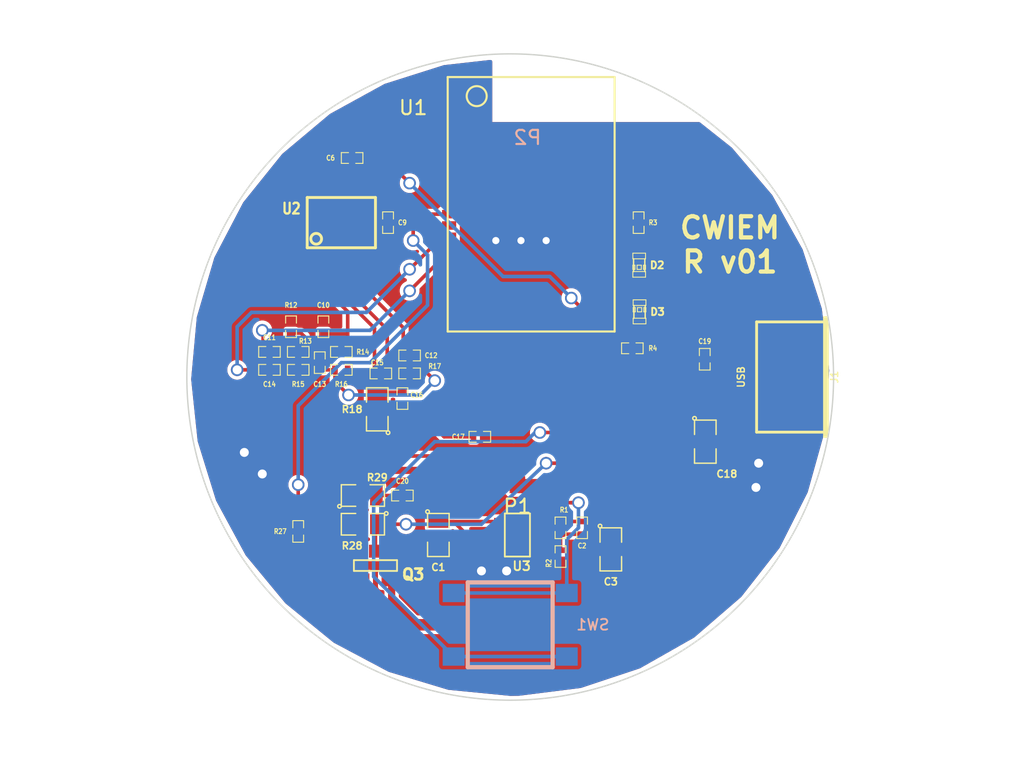
<source format=kicad_pcb>
(kicad_pcb (version 3) (host pcbnew "(2013-07-07 BZR 4022)-stable")
  (layers (15 F.Cu signal) (0 B.Cu signal) (18 B.Paste user) (19 F.Paste user) (20 B.SilkS user) (21 F.SilkS user) (22 B.Mask user) (23 F.Mask user) (28 Edge.Cuts user))
  (net 0 "")
  (net 1 3.3V)
  (net 2 5V_USB)
  (net 3 AIO_1)
  (net 4 CHG_EXT)
  (net 5 GND)
  (net 6 N-0000032)
  (net 7 N-0000033)
  (net 8 N-0000047)
  (net 9 N-0000048)
  (net 10 N-0000049)
  (net 11 N-0000050)
  (net 12 N-0000051)
  (net 13 N-0000052)
  (net 14 N-0000053)
  (net 15 N-0000054)
  (net 16 N-0000055)
  (net 17 N-000006)
  (net 18 N-0000060)
  (net 19 N-0000061)
  (net 20 N-0000062)
  (net 21 N-000007)
  (net 22 N-0000070)
  (net 23 N-0000071)
  (net 24 SPKR_RN)
  (net 25 SPKR_RP)
  (net 26 VBAT)
  (net 27 VBAT_SENSE)
  (net 28 VREGEN)
  (module SOT23EBC (layer F.Cu) (at 68.199 88.011 180)
    (fp_text reference Q3 (at -2.667 -0.635 180) (layer F.SilkS) (effects (font (size 0.762 0.762) (thickness 0.2032))))
    (fp_text value PNP hide)
    (pad 1 smd rect (at -0.889 -1.016 180) (size 0.9144 0.9144) (layers F.Cu F.Paste F.Mask) (net 2 5V_USB))
    (pad 2 smd rect (at 0.889 -1.016 180) (size 0.9144 0.9144) (layers F.Cu F.Paste F.Mask) (net 4 CHG_EXT))
    (pad 3 smd rect (at 0 1.016 180) (size 0.9144 0.9144) (layers F.Cu F.Paste F.Mask) (net 27 VBAT_SENSE))
  )
  (module SM0805 (layer F.Cu) (at 67.31 83.058)
    (fp_text reference R29 (at 1.016 -1.27) (layer F.SilkS) (effects (font (size 0.50038 0.50038) (thickness 0.10922))))
    (fp_text value 0.15 hide)
    (pad 1 smd rect (at -0.9525 0) (size 0.889 1.397) (layers F.Cu F.Paste F.Mask) (net 26 VBAT))
    (pad 2 smd rect (at 0.9525 0) (size 0.889 1.397) (layers F.Cu F.Paste F.Mask) (net 22 N-0000070))
  )
  (module SM0805 (layer F.Cu) (at 68.326 76.962 90)
    (fp_text reference R18 (at 0 -1.778 180) (layer F.SilkS) (effects (font (size 0.50038 0.50038) (thickness 0.10922))))
    (fp_text value 20 hide)
    (pad 1 smd rect (at -0.9525 0 90) (size 0.889 1.397) (layers F.Cu F.Paste F.Mask) (net 12 N-0000051))
    (pad 2 smd rect (at 0.9525 0 90) (size 0.889 1.397) (layers F.Cu F.Paste F.Mask) (net 20 N-0000062))
  )
  (module SM0805 (layer F.Cu) (at 67.31 85.09 180)
    (fp_text reference R28 (at 0.762 -1.524 180) (layer F.SilkS) (effects (font (size 0.50038 0.50038) (thickness 0.10922))))
    (fp_text value 0.8 hide)
    (pad 1 smd rect (at -0.9525 0 180) (size 0.889 1.397) (layers F.Cu F.Paste F.Mask) (net 27 VBAT_SENSE))
    (pad 2 smd rect (at 0.9525 0 180) (size 0.889 1.397) (layers F.Cu F.Paste F.Mask) (net 26 VBAT))
  )
  (module SM0805 (layer F.Cu) (at 91.5162 79.248 270)
    (fp_text reference C18 (at 2.286 -1.524 360) (layer F.SilkS) (effects (font (size 0.50038 0.50038) (thickness 0.10922))))
    (fp_text value 10uF hide)
    (pad 1 smd rect (at -0.9525 0 270) (size 0.889 1.397) (layers F.Cu F.Paste F.Mask) (net 2 5V_USB))
    (pad 2 smd rect (at 0.9525 0 270) (size 0.889 1.397) (layers F.Cu F.Paste F.Mask) (net 5 GND))
  )
  (module SM0402_r (layer F.Cu) (at 62.738 72.898 180)
    (fp_text reference R13 (at -0.508 0.762 180) (layer F.SilkS) (effects (font (size 0.35052 0.3048) (thickness 0.07112))))
    (fp_text value 15k hide)
    (pad 1 smd rect (at -0.44958 0 180) (size 0.39878 0.59944) (layers F.Cu F.Paste F.Mask) (net 8 N-0000047))
    (pad 2 smd rect (at 0.44958 0 180) (size 0.39878 0.59944) (layers F.Cu F.Paste F.Mask) (net 9 N-0000048))
  )
  (module SM0402_r (layer F.Cu) (at 62.738 85.598 270)
    (fp_text reference R27 (at 0 1.27 360) (layer F.SilkS) (effects (font (size 0.35052 0.3048) (thickness 0.07112))))
    (fp_text value 10k hide)
    (pad 1 smd rect (at -0.44958 0 270) (size 0.39878 0.59944) (layers F.Cu F.Paste F.Mask) (net 3 AIO_1))
    (pad 2 smd rect (at 0.44958 0 270) (size 0.39878 0.59944) (layers F.Cu F.Paste F.Mask) (net 2 5V_USB))
  )
  (module SM0402_r (layer F.Cu) (at 70.612 74.422)
    (fp_text reference R17 (at 1.778 -0.508) (layer F.SilkS) (effects (font (size 0.35052 0.3048) (thickness 0.07112))))
    (fp_text value 30.1k hide)
    (pad 1 smd rect (at -0.44958 0) (size 0.39878 0.59944) (layers F.Cu F.Paste F.Mask) (net 20 N-0000062))
    (pad 2 smd rect (at 0.44958 0) (size 0.39878 0.59944) (layers F.Cu F.Paste F.Mask) (net 13 N-0000052))
  )
  (module SM0402_r (layer F.Cu) (at 62.23 71.12 270)
    (fp_text reference R12 (at -1.524 0 360) (layer F.SilkS) (effects (font (size 0.35052 0.3048) (thickness 0.07112))))
    (fp_text value 30.1k hide)
    (pad 1 smd rect (at -0.44958 0 270) (size 0.39878 0.59944) (layers F.Cu F.Paste F.Mask) (net 5 GND))
    (pad 2 smd rect (at 0.44958 0 270) (size 0.39878 0.59944) (layers F.Cu F.Paste F.Mask) (net 8 N-0000047))
  )
  (module SM0402_r (layer F.Cu) (at 62.738 74.168 180)
    (fp_text reference R15 (at 0 -1.016 180) (layer F.SilkS) (effects (font (size 0.35052 0.3048) (thickness 0.07112))))
    (fp_text value 15k hide)
    (pad 1 smd rect (at -0.44958 0 180) (size 0.39878 0.59944) (layers F.Cu F.Paste F.Mask) (net 13 N-0000052))
    (pad 2 smd rect (at 0.44958 0 180) (size 0.39878 0.59944) (layers F.Cu F.Paste F.Mask) (net 10 N-0000049))
  )
  (module SM0402_r (layer F.Cu) (at 65.786 72.898 180)
    (fp_text reference R14 (at -1.524 0 180) (layer F.SilkS) (effects (font (size 0.35052 0.3048) (thickness 0.07112))))
    (fp_text value 43k hide)
    (pad 1 smd rect (at -0.44958 0 180) (size 0.39878 0.59944) (layers F.Cu F.Paste F.Mask) (net 11 N-0000050))
    (pad 2 smd rect (at 0.44958 0 180) (size 0.39878 0.59944) (layers F.Cu F.Paste F.Mask) (net 8 N-0000047))
  )
  (module SM0402_r (layer F.Cu) (at 65.786 74.168 180)
    (fp_text reference R16 (at 0 -1.016 180) (layer F.SilkS) (effects (font (size 0.35052 0.3048) (thickness 0.07112))))
    (fp_text value 43k hide)
    (pad 1 smd rect (at -0.44958 0 180) (size 0.39878 0.59944) (layers F.Cu F.Paste F.Mask) (net 19 N-0000061))
    (pad 2 smd rect (at 0.44958 0 180) (size 0.39878 0.59944) (layers F.Cu F.Paste F.Mask) (net 13 N-0000052))
  )
  (module SM0402_r (layer F.Cu) (at 86.36 72.644 180)
    (fp_text reference R4 (at -1.4478 0 180) (layer F.SilkS) (effects (font (size 0.35052 0.3048) (thickness 0.07112))))
    (fp_text value 240 hide)
    (pad 1 smd rect (at -0.44958 0 180) (size 0.39878 0.59944) (layers F.Cu F.Paste F.Mask) (net 7 N-0000033))
    (pad 2 smd rect (at 0.44958 0 180) (size 0.39878 0.59944) (layers F.Cu F.Paste F.Mask) (net 1 3.3V))
  )
  (module SM0402_r (layer F.Cu) (at 86.8045 63.754 90)
    (fp_text reference R3 (at 0 1.016 180) (layer F.SilkS) (effects (font (size 0.35052 0.3048) (thickness 0.07112))))
    (fp_text value 240 hide)
    (pad 1 smd rect (at -0.44958 0 90) (size 0.39878 0.59944) (layers F.Cu F.Paste F.Mask) (net 6 N-0000032))
    (pad 2 smd rect (at 0.44958 0 90) (size 0.39878 0.59944) (layers F.Cu F.Paste F.Mask) (net 1 3.3V))
  )
  (module SM0402_c (layer F.Cu) (at 91.4781 73.4187 90)
    (fp_text reference C19 (at 1.27 0 180) (layer F.SilkS) (effects (font (size 0.35052 0.3048) (thickness 0.07112))))
    (fp_text value 0.1uF hide)
    (pad 1 smd rect (at -0.44958 0 90) (size 0.39878 0.59944) (layers F.Cu F.Paste F.Mask) (net 2 5V_USB))
    (pad 2 smd rect (at 0.44958 0 90) (size 0.39878 0.59944) (layers F.Cu F.Paste F.Mask) (net 5 GND))
  )
  (module SM0402_c (layer F.Cu) (at 75.5777 78.9051)
    (fp_text reference C17 (at -1.524 0) (layer F.SilkS) (effects (font (size 0.35052 0.3048) (thickness 0.07112))))
    (fp_text value 3.3uF hide)
    (pad 1 smd rect (at -0.44958 0) (size 0.39878 0.59944) (layers F.Cu F.Paste F.Mask) (net 12 N-0000051))
    (pad 2 smd rect (at 0.44958 0) (size 0.39878 0.59944) (layers F.Cu F.Paste F.Mask) (net 5 GND))
  )
  (module SM0402_c (layer F.Cu) (at 70.612 73.152)
    (fp_text reference C12 (at 1.524 0) (layer F.SilkS) (effects (font (size 0.35052 0.3048) (thickness 0.07112))))
    (fp_text value 1.0uF hide)
    (pad 1 smd rect (at -0.44958 0) (size 0.39878 0.59944) (layers F.Cu F.Paste F.Mask) (net 16 N-0000055))
    (pad 2 smd rect (at 0.44958 0) (size 0.39878 0.59944) (layers F.Cu F.Paste F.Mask) (net 5 GND))
  )
  (module SM0402_c (layer F.Cu) (at 68.58 74.422)
    (fp_text reference C15 (at -0.254 -0.762) (layer F.SilkS) (effects (font (size 0.35052 0.3048) (thickness 0.07112))))
    (fp_text value 47pF hide)
    (pad 1 smd rect (at -0.44958 0) (size 0.39878 0.59944) (layers F.Cu F.Paste F.Mask) (net 19 N-0000061))
    (pad 2 smd rect (at 0.44958 0) (size 0.39878 0.59944) (layers F.Cu F.Paste F.Mask) (net 20 N-0000062))
  )
  (module SM0402_c (layer F.Cu) (at 70.104 76.2 270)
    (fp_text reference C16 (at -0.254 -1.016 360) (layer F.SilkS) (effects (font (size 0.35052 0.3048) (thickness 0.07112))))
    (fp_text value 1.5uF hide)
    (pad 1 smd rect (at -0.44958 0 270) (size 0.39878 0.59944) (layers F.Cu F.Paste F.Mask) (net 20 N-0000062))
    (pad 2 smd rect (at 0.44958 0 270) (size 0.39878 0.59944) (layers F.Cu F.Paste F.Mask) (net 18 N-0000060))
  )
  (module SM0402_c (layer F.Cu) (at 70.104 83.058)
    (fp_text reference C20 (at 0 -1.016) (layer F.SilkS) (effects (font (size 0.35052 0.3048) (thickness 0.07112))))
    (fp_text value 4.7uF hide)
    (pad 1 smd rect (at -0.44958 0) (size 0.39878 0.59944) (layers F.Cu F.Paste F.Mask) (net 22 N-0000070))
    (pad 2 smd rect (at 0.44958 0) (size 0.39878 0.59944) (layers F.Cu F.Paste F.Mask) (net 5 GND))
  )
  (module SM0402_c (layer F.Cu) (at 64.516 71.12 90)
    (fp_text reference C10 (at 1.524 0 180) (layer F.SilkS) (effects (font (size 0.35052 0.3048) (thickness 0.07112))))
    (fp_text value 47pF hide)
    (pad 1 smd rect (at -0.44958 0 90) (size 0.39878 0.59944) (layers F.Cu F.Paste F.Mask) (net 11 N-0000050))
    (pad 2 smd rect (at 0.44958 0 90) (size 0.39878 0.59944) (layers F.Cu F.Paste F.Mask) (net 5 GND))
  )
  (module SM0402_c (layer F.Cu) (at 60.706 72.898)
    (fp_text reference C11 (at 0 -1.016) (layer F.SilkS) (effects (font (size 0.35052 0.3048) (thickness 0.07112))))
    (fp_text value 0.1uF hide)
    (pad 1 smd rect (at -0.44958 0) (size 0.39878 0.59944) (layers F.Cu F.Paste F.Mask) (net 25 SPKR_RP))
    (pad 2 smd rect (at 0.44958 0) (size 0.39878 0.59944) (layers F.Cu F.Paste F.Mask) (net 9 N-0000048))
  )
  (module SM0402_c (layer F.Cu) (at 60.706 74.168)
    (fp_text reference C14 (at 0 1.016) (layer F.SilkS) (effects (font (size 0.35052 0.3048) (thickness 0.07112))))
    (fp_text value 0.1uF hide)
    (pad 1 smd rect (at -0.44958 0) (size 0.39878 0.59944) (layers F.Cu F.Paste F.Mask) (net 24 SPKR_RN))
    (pad 2 smd rect (at 0.44958 0) (size 0.39878 0.59944) (layers F.Cu F.Paste F.Mask) (net 10 N-0000049))
  )
  (module SM0402_c (layer F.Cu) (at 64.262 73.66 90)
    (fp_text reference C13 (at -1.524 0 180) (layer F.SilkS) (effects (font (size 0.35052 0.3048) (thickness 0.07112))))
    (fp_text value 180pF hide)
    (pad 1 smd rect (at -0.44958 0 90) (size 0.39878 0.59944) (layers F.Cu F.Paste F.Mask) (net 13 N-0000052))
    (pad 2 smd rect (at 0.44958 0 90) (size 0.39878 0.59944) (layers F.Cu F.Paste F.Mask) (net 8 N-0000047))
  )
  (module SM0402_c (layer F.Cu) (at 66.548 59.182 180)
    (fp_text reference C6 (at 1.524 0 180) (layer F.SilkS) (effects (font (size 0.35052 0.3048) (thickness 0.07112))))
    (fp_text value 1.0uF hide)
    (pad 1 smd rect (at -0.44958 0 180) (size 0.39878 0.59944) (layers F.Cu F.Paste F.Mask) (net 1 3.3V))
    (pad 2 smd rect (at 0.44958 0 180) (size 0.39878 0.59944) (layers F.Cu F.Paste F.Mask) (net 5 GND))
  )
  (module SM0402_c (layer F.Cu) (at 69.088 63.754 270)
    (fp_text reference C9 (at 0 -1.016 360) (layer F.SilkS) (effects (font (size 0.35052 0.3048) (thickness 0.07112))))
    (fp_text value 1.0uF hide)
    (pad 1 smd rect (at -0.44958 0 270) (size 0.39878 0.59944) (layers F.Cu F.Paste F.Mask) (net 14 N-0000053))
    (pad 2 smd rect (at 0.44958 0 270) (size 0.39878 0.59944) (layers F.Cu F.Paste F.Mask) (net 15 N-0000054))
  )
  (module LED-0603 (layer F.Cu) (at 86.868 70.0659 90)
    (fp_text reference D3 (at 0 1.27 180) (layer F.SilkS) (effects (font (size 0.508 0.508) (thickness 0.127))))
    (fp_text value LED hide)
    (pad 1 smd rect (at -0.7493 0 90) (size 0.79756 0.79756) (layers F.Cu F.Paste F.Mask) (net 7 N-0000033))
    (pad 2 smd rect (at 0.7493 0 90) (size 0.79756 0.79756) (layers F.Cu F.Paste F.Mask) (net 21 N-000007))
  )
  (module LED-0603 (layer F.Cu) (at 86.8426 66.7639 270)
    (fp_text reference D2 (at 0 -1.27 360) (layer F.SilkS) (effects (font (size 0.508 0.508) (thickness 0.127))))
    (fp_text value LED hide)
    (pad 1 smd rect (at -0.7493 0 270) (size 0.79756 0.79756) (layers F.Cu F.Paste F.Mask) (net 6 N-0000032))
    (pad 2 smd rect (at 0.7493 0 270) (size 0.79756 0.79756) (layers F.Cu F.Paste F.Mask) (net 17 N-000006))
  )
  (module "BA Driver Pad" (layer B.Cu) (at 78.994 59.436 180)
    (fp_text reference P2 (at 0.05 1.7 180) (layer B.SilkS) (effects (justify mirror)))
    (fp_text value CONN_1 hide)
    (pad 1 smd rect (at 0 0 180) (size 1.1 1.2) (layers B.Cu B.Paste B.Mask) (net 5 GND) (clearance 0.05))
  )
  (module "BA Driver Pad" (layer F.Cu) (at 78.232 82.296 180)
    (fp_text reference P1 (at 0 -1.524 180) (layer F.SilkS))
    (fp_text value CONN_1 hide)
    (pad 1 smd rect (at 0 0 180) (size 1.1 1.2) (layers F.Cu F.Paste F.Mask) (net 26 VBAT) (clearance 0.05))
  )
  (module SW_PUSH_SMD (layer B.Cu) (at 77.724 92.202)
    (fp_text reference SW1 (at 5.842 0) (layer B.SilkS) (effects (font (size 0.762 0.762) (thickness 0.127)) (justify mirror)))
    (fp_text value SW_PUSH_SMALL hide)
    (pad 1 smd rect (at -3.99796 2.2479) (size 1.5494 1.2954) (layers B.Cu B.Paste B.Mask) (net 28 VREGEN))
    (pad 1 smd rect (at 3.99796 2.2479) (size 1.5494 1.2954) (layers B.Cu B.Paste B.Mask) (net 28 VREGEN))
    (pad 2 smd rect (at 3.99796 -2.2479) (size 1.5494 1.2954) (layers B.Cu B.Paste B.Mask) (net 1 3.3V))
    (pad 2 smd rect (at -3.99796 -2.2479) (size 1.5494 1.2954) (layers B.Cu B.Paste B.Mask) (net 1 3.3V))
  )
  (module SOT23-5 (layer F.Cu) (at 78.232 85.852 270)
    (fp_text reference U3 (at 2.19964 -0.29972 360) (layer F.SilkS) (effects (font (size 0.635 0.635) (thickness 0.127))))
    (fp_text value TPS73601DBVR hide)
    (pad 1 smd rect (at -0.9525 1.27 270) (size 0.508 0.762) (layers F.Cu F.Paste F.Mask) (net 26 VBAT))
    (pad 3 smd rect (at 0.9525 1.27 270) (size 0.508 0.762) (layers F.Cu F.Paste F.Mask) (net 26 VBAT))
    (pad 5 smd rect (at -0.9525 -1.27 270) (size 0.508 0.762) (layers F.Cu F.Paste F.Mask) (net 1 3.3V))
    (pad 2 smd rect (at 0 1.27 270) (size 0.508 0.762) (layers F.Cu F.Paste F.Mask) (net 5 GND))
    (pad 4 smd rect (at 0.9525 -1.27 270) (size 0.508 0.762) (layers F.Cu F.Paste F.Mask) (net 23 N-0000071))
  )
  (module SM0805 (layer F.Cu) (at 72.644 85.852 270)
    (fp_text reference C1 (at 2.286 0 360) (layer F.SilkS) (effects (font (size 0.50038 0.50038) (thickness 0.10922))))
    (fp_text value 10uF hide)
    (pad 1 smd rect (at -0.9525 0 270) (size 0.889 1.397) (layers F.Cu F.Paste F.Mask) (net 26 VBAT))
    (pad 2 smd rect (at 0.9525 0 270) (size 0.889 1.397) (layers F.Cu F.Paste F.Mask) (net 5 GND))
  )
  (module SM0805 (layer F.Cu) (at 84.836 86.868 270)
    (fp_text reference C3 (at 2.286 0 360) (layer F.SilkS) (effects (font (size 0.50038 0.50038) (thickness 0.10922))))
    (fp_text value 10uF hide)
    (pad 1 smd rect (at -0.9525 0 270) (size 0.889 1.397) (layers F.Cu F.Paste F.Mask) (net 1 3.3V))
    (pad 2 smd rect (at 0.9525 0 270) (size 0.889 1.397) (layers F.Cu F.Paste F.Mask) (net 5 GND))
  )
  (module SM0402_r (layer F.Cu) (at 81.28 85.344 270)
    (fp_text reference R1 (at -1.27 -0.254 360) (layer F.SilkS) (effects (font (size 0.35052 0.3048) (thickness 0.07112))))
    (fp_text value 52.3k hide)
    (pad 1 smd rect (at -0.44958 0 270) (size 0.39878 0.59944) (layers F.Cu F.Paste F.Mask) (net 1 3.3V))
    (pad 2 smd rect (at 0.44958 0 270) (size 0.39878 0.59944) (layers F.Cu F.Paste F.Mask) (net 23 N-0000071))
  )
  (module SM0402_r (layer F.Cu) (at 81.28 87.376 270)
    (fp_text reference R2 (at 0.4699 0.8255 270) (layer F.SilkS) (effects (font (size 0.35052 0.3048) (thickness 0.07112))))
    (fp_text value 30.1k hide)
    (pad 1 smd rect (at -0.44958 0 270) (size 0.39878 0.59944) (layers F.Cu F.Paste F.Mask) (net 23 N-0000071))
    (pad 2 smd rect (at 0.44958 0 270) (size 0.39878 0.59944) (layers F.Cu F.Paste F.Mask) (net 5 GND))
  )
  (module SM0402_c (layer F.Cu) (at 82.804 85.344 270)
    (fp_text reference C2 (at 1.27 0 360) (layer F.SilkS) (effects (font (size 0.35052 0.3048) (thickness 0.07112))))
    (fp_text value 1uF hide)
    (pad 1 smd rect (at -0.44958 0 270) (size 0.39878 0.59944) (layers F.Cu F.Paste F.Mask) (net 1 3.3V))
    (pad 2 smd rect (at 0.44958 0 270) (size 0.39878 0.59944) (layers F.Cu F.Paste F.Mask) (net 23 N-0000071))
  )
  (module TSSOP14 (layer F.Cu) (at 65.786 63.754)
    (fp_text reference U2 (at -3.5306 -0.9906) (layer F.SilkS) (effects (font (size 0.762 0.635) (thickness 0.16002))))
    (fp_text value TI_TPA6138A2 hide)
    (pad 1 smd rect (at -1.9304 2.794) (size 0.29972 1.30048) (layers F.Cu F.Paste F.Mask) (net 11 N-0000050))
    (pad 2 smd rect (at -1.2954 2.794) (size 0.29972 1.30048) (layers F.Cu F.Paste F.Mask) (net 19 N-0000061))
    (pad 3 smd rect (at -0.635 2.794) (size 0.29972 1.30048) (layers F.Cu F.Paste F.Mask) (net 20 N-0000062))
    (pad 4 smd rect (at 0 2.794) (size 0.29972 1.30048) (layers F.Cu F.Paste F.Mask) (net 5 GND))
    (pad 5 smd rect (at 0.6604 2.794) (size 0.29972 1.30048) (layers F.Cu F.Paste F.Mask))
    (pad 6 smd rect (at 1.3081 2.794) (size 0.29972 1.30048) (layers F.Cu F.Paste F.Mask) (net 16 N-0000055))
    (pad 7 smd rect (at 1.9558 2.794) (size 0.29972 1.30048) (layers F.Cu F.Paste F.Mask) (net 15 N-0000054))
    (pad 8 smd rect (at 1.9558 -2.794) (size 0.29972 1.30048) (layers F.Cu F.Paste F.Mask) (net 14 N-0000053))
    (pad 9 smd rect (at 1.3081 -2.794) (size 0.29972 1.30048) (layers F.Cu F.Paste F.Mask) (net 1 3.3V))
    (pad 10 smd rect (at 0.6604 -2.794) (size 0.29972 1.30048) (layers F.Cu F.Paste F.Mask) (net 5 GND))
    (pad 11 smd rect (at 0 -2.794) (size 0.29972 1.30048) (layers F.Cu F.Paste F.Mask))
    (pad 12 smd rect (at -0.6477 -2.794) (size 0.29972 1.30048) (layers F.Cu F.Paste F.Mask))
    (pad 13 smd rect (at -1.2954 -2.794) (size 0.29972 1.30048) (layers F.Cu F.Paste F.Mask))
    (pad 14 smd rect (at -1.9431 -2.794) (size 0.29972 1.30048) (layers F.Cu F.Paste F.Mask))
  )
  (module BC127 (layer F.Cu) (at 73.406 54.356)
    (fp_text reference U1 (at -2.54 1.27) (layer F.SilkS))
    (fp_text value BC127 hide)
    (pad 1 smd rect (at 0 0) (size 1 0.6) (layers F.Cu F.Paste F.Mask) (net 5 GND) (clearance 0.05))
    (pad 2 smd rect (at 0 0.8) (size 1 0.6) (layers F.Cu F.Paste F.Mask) (net 5 GND) (clearance 0.05))
    (pad 3 smd rect (at 0 1.6) (size 1 0.6) (layers F.Cu F.Paste F.Mask) (net 5 GND) (clearance 0.05))
    (pad 4 smd rect (at 0 2.4) (size 1 0.6) (layers F.Cu F.Paste F.Mask) (net 5 GND) (clearance 0.05))
    (pad 5 smd rect (at 0 3.2) (size 1 0.6) (layers F.Cu F.Paste F.Mask) (clearance 0.05))
    (pad 6 smd rect (at 0 4) (size 1 0.6) (layers F.Cu F.Paste F.Mask) (clearance 0.05))
    (pad 7 smd rect (at 0 4.8) (size 1 0.6) (layers F.Cu F.Paste F.Mask) (clearance 0.05))
    (pad 8 smd rect (at 0 5.6) (size 1 0.6) (layers F.Cu F.Paste F.Mask) (clearance 0.05))
    (pad 9 smd rect (at 0 6.4) (size 1 0.6) (layers F.Cu F.Paste F.Mask) (clearance 0.05))
    (pad 10 smd rect (at 0 7.2) (size 1 0.6) (layers F.Cu F.Paste F.Mask) (clearance 0.05))
    (pad 11 smd rect (at 0 8) (size 1 0.6) (layers F.Cu F.Paste F.Mask) (net 5 GND) (clearance 0.05))
    (pad 12 smd rect (at 0 8.8) (size 1 0.6) (layers F.Cu F.Paste F.Mask) (net 3 AIO_1) (clearance 0.05))
    (pad 13 smd rect (at 0 9.6) (size 1 0.6) (layers F.Cu F.Paste F.Mask) (clearance 0.05))
    (pad 14 smd rect (at 0 10.4) (size 1 0.6) (layers F.Cu F.Paste F.Mask) (clearance 0.05))
    (pad 15 smd rect (at 0 11.2) (size 1 0.6) (layers F.Cu F.Paste F.Mask) (net 24 SPKR_RN) (clearance 0.05))
    (pad 16 smd rect (at 0 12) (size 1 0.6) (layers F.Cu F.Paste F.Mask) (net 25 SPKR_RP) (clearance 0.05))
    (pad 17 smd rect (at 0 12.8) (size 1 0.6) (layers F.Cu F.Paste F.Mask) (clearance 0.05))
    (pad 18 smd rect (at 0 13.6) (size 1 0.6) (layers F.Cu F.Paste F.Mask) (clearance 0.05))
    (pad 19 smd rect (at 0 14.4) (size 1 0.6) (layers F.Cu F.Paste F.Mask) (clearance 0.05))
    (pad 20 smd rect (at 0 15.2) (size 1 0.6) (layers F.Cu F.Paste F.Mask) (clearance 0.05))
    (pad 21 smd rect (at 0 16) (size 1 0.6) (layers F.Cu F.Paste F.Mask) (clearance 0.05))
    (pad 22 smd rect (at 1 17 90) (size 1 0.6) (layers F.Cu F.Paste F.Mask) (net 5 GND) (clearance 0.05))
    (pad 23 smd rect (at 1.8 17 90) (size 1 0.6) (layers F.Cu F.Paste F.Mask) (clearance 0.05))
    (pad 24 smd rect (at 2.6 17 90) (size 1 0.6) (layers F.Cu F.Paste F.Mask) (clearance 0.05))
    (pad 25 smd rect (at 3.4 17 90) (size 1 0.6) (layers F.Cu F.Paste F.Mask))
    (pad 26 smd rect (at 4.2 17 90) (size 1 0.6) (layers F.Cu F.Paste F.Mask))
    (pad 27 smd rect (at 5 17 90) (size 1 0.6) (layers F.Cu F.Paste F.Mask) (net 5 GND))
    (pad 28 smd rect (at 5.8 17 90) (size 1 0.6) (layers F.Cu F.Paste F.Mask) (net 28 VREGEN))
    (pad 29 smd rect (at 6.6 17 90) (size 1 0.6) (layers F.Cu F.Paste F.Mask) (net 4 CHG_EXT))
    (pad 30 smd rect (at 7.4 17 90) (size 1 0.6) (layers F.Cu F.Paste F.Mask))
    (pad 31 smd rect (at 8.2 17 90) (size 1 0.6) (layers F.Cu F.Paste F.Mask) (net 27 VBAT_SENSE))
    (pad 32 smd rect (at 9 17 90) (size 1 0.6) (layers F.Cu F.Paste F.Mask) (net 26 VBAT))
    (pad 33 smd rect (at 9.8 17 90) (size 1 0.6) (layers F.Cu F.Paste F.Mask) (net 1 3.3V))
    (pad 34 smd rect (at 10.6 17 90) (size 1 0.6) (layers F.Cu F.Paste F.Mask))
    (pad 35 smd rect (at 11.6 16) (size 1 0.6) (layers F.Cu F.Paste F.Mask))
    (pad 36 smd rect (at 11.6 15.2) (size 1 0.6) (layers F.Cu F.Paste F.Mask))
    (pad 37 smd rect (at 11.6 14.4) (size 1 0.6) (layers F.Cu F.Paste F.Mask) (net 21 N-000007))
    (pad 38 smd rect (at 11.6 13.6) (size 1 0.6) (layers F.Cu F.Paste F.Mask) (net 17 N-000006))
    (pad 39 smd rect (at 11.6 12.8) (size 1 0.6) (layers F.Cu F.Paste F.Mask))
    (pad 40 smd rect (at 11.6 12) (size 1 0.6) (layers F.Cu F.Paste F.Mask))
    (pad 41 smd rect (at 11.6 11.2) (size 1 0.6) (layers F.Cu F.Paste F.Mask))
    (pad 42 smd rect (at 11.6 10.4) (size 1 0.6) (layers F.Cu F.Paste F.Mask))
    (pad 43 smd rect (at 11.6 9.6) (size 1 0.6) (layers F.Cu F.Paste F.Mask))
    (pad 44 smd rect (at 11.6 8.8) (size 1 0.6) (layers F.Cu F.Paste F.Mask) (net 1 3.3V))
    (pad 45 smd rect (at 11.6 8) (size 1 0.6) (layers F.Cu F.Paste F.Mask))
    (pad 46 smd rect (at 11.6 7.2) (size 1 0.6) (layers F.Cu F.Paste F.Mask))
    (pad 47 smd rect (at 11.6 6.4) (size 1 0.6) (layers F.Cu F.Paste F.Mask))
    (pad 48 smd rect (at 11.6 5.6) (size 1 0.6) (layers F.Cu F.Paste F.Mask))
    (pad 49 smd rect (at 11.6 4.8) (size 1 0.6) (layers F.Cu F.Paste F.Mask))
    (pad 50 smd rect (at 11.6 4) (size 1 0.6) (layers F.Cu F.Paste F.Mask))
    (pad 51 smd rect (at 11.6 3.2) (size 1 0.6) (layers F.Cu F.Paste F.Mask))
  )
  (module conn_usb_B_micro_smd (layer F.Cu) (at 98.044 74.676 90)
    (fp_text reference J1 (at 0 2.60096 90) (layer F.SilkS) (effects (font (size 0.50038 0.50038) (thickness 0.09906))))
    (fp_text value USB (at 0 -4.0005 90) (layer F.SilkS) (effects (font (size 0.50038 0.50038) (thickness 0.09906))))
    (pad "" smd rect (at -0.8382 0 90) (size 1.17348 1.89738) (layers F.Cu F.Paste F.Mask))
    (pad "" smd rect (at 0.8382 0 90) (size 1.17348 1.89738) (layers F.Cu F.Paste F.Mask))
    (pad "" smd rect (at 2.91338 0 90) (size 2.3749 1.89738) (layers F.Cu F.Paste F.Mask))
    (pad "" smd rect (at -2.91338 0 90) (size 2.3749 1.89738) (layers F.Cu F.Paste F.Mask))
    (pad "" smd rect (at 2.46126 -2.2987 90) (size 1.4732 2.10058) (layers F.Cu F.Paste F.Mask))
    (pad "" smd rect (at -2.46126 -2.2987 90) (size 1.4732 2.10058) (layers F.Cu F.Paste F.Mask))
    (pad 1 smd rect (at -1.30048 -2.65938 90) (size 0.44958 1.37922) (layers F.Cu F.Paste F.Mask) (net 2 5V_USB))
    (pad 2 smd rect (at -0.65024 -2.65938 90) (size 0.44958 1.37922) (layers F.Cu F.Paste F.Mask))
    (pad 3 smd rect (at 0 -2.65938 90) (size 0.44958 1.37922) (layers F.Cu F.Paste F.Mask))
    (pad 4 smd rect (at 0.65024 -2.65938 90) (size 0.44958 1.37922) (layers F.Cu F.Paste F.Mask) (net 5 GND))
    (pad 5 smd rect (at 1.30048 -2.65938 90) (size 0.44958 1.37922) (layers F.Cu F.Paste F.Mask))
  )
  (module wbfk_pad (layer F.Cu) (at 76.1111 73.7362 180)
    (fp_text reference P8 hide)
    (fp_text value CONN_1 hide)
    (pad 1 smd rect (at 0 0 180) (size 1 1.5) (layers F.Cu F.Paste F.Mask) (net 5 GND) (clearance 0.05))
  )
  (module wbfk_pad (layer F.Cu) (at 74.676 73.7108 180)
    (fp_text reference P7 hide)
    (fp_text value CONN_1 hide)
    (pad 1 smd rect (at 0 0 180) (size 1 1.5) (layers F.Cu F.Paste F.Mask) (net 18 N-0000060) (clearance 0.05))
  )
  (module ci_pad (layer F.Cu) (at 75.1967 76.2762 180)
    (fp_text reference P9 hide)
    (fp_text value CONN_1 hide)
    (pad 1 smd rect (at 0 0 180) (size 1.37 2.15) (layers F.Cu F.Paste F.Mask) (net 12 N-0000051) (clearance 0.05))
  )
  (module ci_pad (layer F.Cu) (at 78.7273 76.2889 180)
    (fp_text reference P12 hide)
    (fp_text value CONN_1 hide)
    (pad 1 smd rect (at 0 0 180) (size 1.37 2.15) (layers F.Cu F.Paste F.Mask) (net 5 GND) (clearance 0.05))
  )
  (gr_circle (center 77.724 74.676) (end 77.724 97.536) (layer Edge.Cuts) (width 0.1))
  (gr_text "CWIEM \nR v01 " (at 93.8276 65.3288) (layer F.SilkS) (effects (font (size 1.5 1.5) (thickness 0.3))))
  (segment (start 84.836 85.9155) (end 84.8868 85.9155) (width 0.254) (layer F.Cu) (net 1))
  (segment (start 84.6963 73.4949) (end 84.6963 73.5203) (width 0.254) (layer F.Cu) (net 1))
  (segment (start 87.5157 76.3143) (end 84.6963 73.4949) (width 0.254) (layer F.Cu) (net 1))
  (segment (start 87.5157 83.2866) (end 87.5157 76.3143) (width 0.254) (layer F.Cu) (net 1))
  (segment (start 84.8868 85.9155) (end 87.5157 83.2866) (width 0.254) (layer F.Cu) (net 1))
  (segment (start 82.042 69.088) (end 80.518 67.564) (width 0.254) (layer B.Cu) (net 1))
  (segment (start 82.042 69.088) (end 83.206 70.252) (width 0.254) (layer F.Cu) (net 1))
  (via (at 82.042 69.088) (size 0.889) (layers F.Cu B.Cu) (net 1))
  (segment (start 83.206 71.356) (end 83.206 70.252) (width 0.254) (layer F.Cu) (net 1))
  (segment (start 68.834 59.182) (end 66.99758 59.182) (width 0.254) (layer F.Cu) (net 1))
  (segment (start 70.612 60.96) (end 68.834 59.182) (width 0.254) (layer F.Cu) (net 1))
  (via (at 70.612 60.96) (size 0.889) (layers F.Cu B.Cu) (net 1))
  (segment (start 77.216 67.564) (end 70.612 60.96) (width 0.254) (layer B.Cu) (net 1))
  (segment (start 80.518 67.564) (end 77.216 67.564) (width 0.254) (layer B.Cu) (net 1))
  (segment (start 66.99758 59.182) (end 66.99758 60.86348) (width 0.254) (layer F.Cu) (net 1))
  (segment (start 66.99758 60.86348) (end 67.0941 60.96) (width 0.254) (layer F.Cu) (net 1))
  (segment (start 81.72196 89.9541) (end 81.72196 86.17204) (width 0.254) (layer B.Cu) (net 1))
  (segment (start 82.042 83.566) (end 82.55 83.566) (width 0.254) (layer F.Cu) (net 1))
  (via (at 82.55 83.566) (size 0.889) (layers F.Cu B.Cu) (net 1))
  (segment (start 79.502 84.328) (end 79.502 83.82) (width 0.254) (layer F.Cu) (net 1))
  (segment (start 79.502 84.328) (end 79.502 84.8995) (width 0.254) (layer F.Cu) (net 1))
  (segment (start 79.502 83.82) (end 79.756 83.566) (width 0.254) (layer F.Cu) (net 1))
  (segment (start 79.756 83.566) (end 82.042 83.566) (width 0.254) (layer F.Cu) (net 1))
  (segment (start 82.55 85.344) (end 82.55 83.566) (width 0.254) (layer B.Cu) (net 1))
  (segment (start 81.72196 86.17204) (end 82.55 85.344) (width 0.254) (layer B.Cu) (net 1))
  (segment (start 73.72604 89.9541) (end 81.72196 89.9541) (width 0.254) (layer B.Cu) (net 1))
  (segment (start 84.836 73.66) (end 84.6963 73.5203) (width 0.254) (layer F.Cu) (net 1))
  (segment (start 84.6963 73.5203) (end 83.206 72.03) (width 0.254) (layer F.Cu) (net 1))
  (segment (start 83.206 72.03) (end 83.206 71.356) (width 0.254) (layer F.Cu) (net 1))
  (segment (start 81.28 84.89442) (end 79.50708 84.89442) (width 0.254) (layer F.Cu) (net 1))
  (segment (start 79.50708 84.89442) (end 79.502 84.8995) (width 0.254) (layer F.Cu) (net 1))
  (segment (start 82.804 84.89442) (end 81.28 84.89442) (width 0.254) (layer F.Cu) (net 1))
  (segment (start 84.836 85.9155) (end 84.836 85.344) (width 0.254) (layer F.Cu) (net 1))
  (segment (start 84.38642 84.89442) (end 82.804 84.89442) (width 0.254) (layer F.Cu) (net 1))
  (segment (start 84.836 85.344) (end 84.38642 84.89442) (width 0.254) (layer F.Cu) (net 1))
  (segment (start 85.91042 72.644) (end 83.82 72.644) (width 0.254) (layer F.Cu) (net 1))
  (segment (start 83.82 72.644) (end 83.206 72.03) (width 0.254) (layer F.Cu) (net 1))
  (segment (start 83.206 72.03) (end 83.206 71.356) (width 0.254) (layer F.Cu) (net 1))
  (segment (start 85.006 63.156) (end 86.65608 63.156) (width 0.254) (layer F.Cu) (net 1))
  (segment (start 86.65608 63.156) (end 86.8045 63.30442) (width 0.254) (layer F.Cu) (net 1))
  (segment (start 83.206 71.356) (end 83.206 64.114) (width 0.254) (layer F.Cu) (net 1))
  (segment (start 84.164 63.156) (end 84.328 63.156) (width 0.254) (layer F.Cu) (net 1))
  (segment (start 84.328 63.156) (end 85.006 63.156) (width 0.254) (layer F.Cu) (net 1))
  (segment (start 83.206 64.114) (end 84.164 63.156) (width 0.254) (layer F.Cu) (net 1))
  (segment (start 89.535 79.4766) (end 89.535 79.2861) (width 0.508) (layer F.Cu) (net 2))
  (segment (start 86.8934 90.424) (end 89.535 87.7824) (width 0.8128) (layer F.Cu) (net 2))
  (segment (start 89.535 87.7824) (end 89.535 79.4766) (width 0.8128) (layer F.Cu) (net 2))
  (segment (start 69.342 90.678) (end 70.866 92.202) (width 0.8128) (layer F.Cu) (net 2))
  (segment (start 85.09 92.202) (end 70.866 92.202) (width 0.8128) (layer F.Cu) (net 2))
  (segment (start 86.868 90.424) (end 85.09 92.202) (width 0.8128) (layer F.Cu) (net 2))
  (segment (start 86.868 90.424) (end 86.8934 90.424) (width 0.8128) (layer F.Cu) (net 2))
  (segment (start 90.5256 78.2955) (end 91.5162 78.2955) (width 0.508) (layer F.Cu) (net 2))
  (segment (start 89.535 79.2861) (end 90.5256 78.2955) (width 0.508) (layer F.Cu) (net 2))
  (segment (start 95.38462 75.97648) (end 91.70162 75.97648) (width 0.254) (layer F.Cu) (net 2))
  (segment (start 91.6686 76.0095) (end 91.4781 76.0095) (width 0.254) (layer F.Cu) (net 2))
  (segment (start 91.70162 75.97648) (end 91.6686 76.0095) (width 0.254) (layer F.Cu) (net 2))
  (segment (start 91.4781 73.86828) (end 91.4781 76.0095) (width 0.508) (layer F.Cu) (net 2))
  (segment (start 91.4781 76.0095) (end 91.4781 78.2574) (width 0.508) (layer F.Cu) (net 2))
  (segment (start 91.4781 78.2574) (end 91.5162 78.2955) (width 0.508) (layer F.Cu) (net 2))
  (segment (start 69.342 90.678) (end 66.294 90.678) (width 0.254) (layer F.Cu) (net 2))
  (segment (start 62.738 87.122) (end 62.738 86.04758) (width 0.254) (layer F.Cu) (net 2))
  (segment (start 66.294 90.678) (end 62.738 87.122) (width 0.254) (layer F.Cu) (net 2))
  (segment (start 69.088 89.027) (end 69.342 89.281) (width 0.508) (layer F.Cu) (net 2))
  (segment (start 69.342 90.678) (end 69.342 89.281) (width 0.508) (layer F.Cu) (net 2))
  (segment (start 62.738 85.14842) (end 62.738 82.296) (width 0.254) (layer F.Cu) (net 3))
  (segment (start 71.718 63.156) (end 73.406 63.156) (width 0.254) (layer F.Cu) (net 3))
  (segment (start 70.866 64.008) (end 71.718 63.156) (width 0.254) (layer F.Cu) (net 3))
  (segment (start 70.866 65.024) (end 70.866 64.008) (width 0.254) (layer F.Cu) (net 3))
  (via (at 70.866 65.024) (size 0.889) (layers F.Cu B.Cu) (net 3))
  (segment (start 71.882 66.04) (end 70.866 65.024) (width 0.254) (layer B.Cu) (net 3))
  (segment (start 71.882 69.596) (end 71.882 66.04) (width 0.254) (layer B.Cu) (net 3))
  (segment (start 67.818 73.66) (end 71.882 69.596) (width 0.254) (layer B.Cu) (net 3))
  (segment (start 65.786 73.66) (end 67.818 73.66) (width 0.254) (layer B.Cu) (net 3))
  (segment (start 62.738 76.708) (end 65.786 73.66) (width 0.254) (layer B.Cu) (net 3))
  (segment (start 62.738 82.296) (end 62.738 76.708) (width 0.254) (layer B.Cu) (net 3))
  (via (at 62.738 82.296) (size 0.889) (layers F.Cu B.Cu) (net 3))
  (segment (start 80.899 73.914) (end 80.899 72.8218) (width 0.254) (layer F.Cu) (net 4))
  (segment (start 79.1718 80.264) (end 79.756 79.6798) (width 0.254) (layer F.Cu) (net 4))
  (segment (start 79.756 79.6798) (end 83.2358 79.6798) (width 0.254) (layer F.Cu) (net 4))
  (segment (start 83.2358 79.6798) (end 83.8708 79.0448) (width 0.254) (layer F.Cu) (net 4))
  (segment (start 83.8708 79.0448) (end 83.8708 76.8858) (width 0.254) (layer F.Cu) (net 4))
  (segment (start 83.8708 76.8858) (end 80.899 73.914) (width 0.254) (layer F.Cu) (net 4))
  (segment (start 78.6892 80.264) (end 79.1718 80.264) (width 0.254) (layer F.Cu) (net 4))
  (segment (start 80.01 71.36) (end 80.006 71.356) (width 0.254) (layer F.Cu) (net 4))
  (segment (start 80.01 71.9328) (end 80.01 71.36) (width 0.254) (layer F.Cu) (net 4))
  (segment (start 80.899 72.8218) (end 80.01 71.9328) (width 0.254) (layer F.Cu) (net 4))
  (segment (start 67.31 89.027) (end 66.675 89.027) (width 0.254) (layer F.Cu) (net 4))
  (segment (start 66.802 80.264) (end 78.6892 80.264) (width 0.254) (layer F.Cu) (net 4))
  (segment (start 78.6892 80.264) (end 78.74 80.264) (width 0.254) (layer F.Cu) (net 4))
  (segment (start 64.77 82.296) (end 66.802 80.264) (width 0.254) (layer F.Cu) (net 4))
  (segment (start 64.77 87.122) (end 64.77 82.296) (width 0.254) (layer F.Cu) (net 4))
  (segment (start 66.675 89.027) (end 64.77 87.122) (width 0.254) (layer F.Cu) (net 4))
  (segment (start 93.2307 80.2005) (end 93.2307 80.6196) (width 0.254) (layer F.Cu) (net 5))
  (via (at 95.0976 82.4865) (size 0.889) (layers F.Cu B.Cu) (net 5))
  (segment (start 93.2307 80.6196) (end 95.0976 82.4865) (width 0.254) (layer F.Cu) (net 5))
  (segment (start 91.5162 80.2005) (end 93.2307 80.2005) (width 0.254) (layer F.Cu) (net 5))
  (segment (start 93.2307 80.2005) (end 94.7166 80.2005) (width 0.254) (layer F.Cu) (net 5))
  (via (at 95.2881 80.772) (size 0.889) (layers F.Cu B.Cu) (net 5))
  (segment (start 94.7166 80.2005) (end 95.2881 80.772) (width 0.254) (layer F.Cu) (net 5))
  (segment (start 88.89365 90.68435) (end 88.91905 90.68435) (width 0.254) (layer F.Cu) (net 5))
  (segment (start 91.5162 88.0872) (end 91.5162 80.2005) (width 0.254) (layer F.Cu) (net 5))
  (segment (start 88.91905 90.68435) (end 91.5162 88.0872) (width 0.254) (layer F.Cu) (net 5))
  (segment (start 78.74 88.392) (end 78.486 88.392) (width 0.254) (layer F.Cu) (net 5))
  (via (at 75.692 88.392) (size 0.889) (layers F.Cu B.Cu) (net 5))
  (segment (start 76.708 89.408) (end 75.692 88.392) (width 0.254) (layer F.Cu) (net 5))
  (segment (start 77.47 89.408) (end 76.708 89.408) (width 0.254) (layer F.Cu) (net 5))
  (segment (start 78.486 88.392) (end 77.47 89.408) (width 0.254) (layer F.Cu) (net 5))
  (segment (start 60.198 83.312) (end 58.928 82.042) (width 0.254) (layer F.Cu) (net 5))
  (via (at 58.928 80.01) (size 0.889) (layers F.Cu B.Cu) (net 5))
  (segment (start 58.928 82.042) (end 58.928 80.01) (width 0.254) (layer F.Cu) (net 5))
  (via (at 60.198 81.534) (size 0.889) (layers F.Cu B.Cu) (net 5))
  (segment (start 60.198 85.852) (end 60.198 83.312) (width 0.254) (layer F.Cu) (net 5))
  (segment (start 60.198 83.312) (end 60.198 81.534) (width 0.254) (layer F.Cu) (net 5))
  (segment (start 68.326 93.98) (end 60.198 85.852) (width 0.254) (layer F.Cu) (net 5))
  (segment (start 85.598 93.98) (end 68.326 93.98) (width 0.254) (layer F.Cu) (net 5))
  (segment (start 88.9 90.678) (end 88.89365 90.68435) (width 0.254) (layer F.Cu) (net 5))
  (segment (start 88.89365 90.68435) (end 85.598 93.98) (width 0.254) (layer F.Cu) (net 5))
  (segment (start 77.47 88.392) (end 78.74 88.392) (width 0.254) (layer F.Cu) (net 5))
  (segment (start 78.74 88.392) (end 79.248 88.392) (width 0.254) (layer F.Cu) (net 5))
  (segment (start 81.28 87.884) (end 80.772 88.392) (width 0.254) (layer F.Cu) (net 5))
  (segment (start 80.772 88.392) (end 79.248 88.392) (width 0.254) (layer F.Cu) (net 5))
  (segment (start 81.28 87.884) (end 81.28 87.82558) (width 0.254) (layer F.Cu) (net 5))
  (via (at 77.47 88.392) (size 0.889) (layers F.Cu B.Cu) (net 5))
  (segment (start 77.978 63.754) (end 79.248 63.754) (width 0.254) (layer F.Cu) (net 5))
  (via (at 80.264 65.024) (size 1.016) (drill 0.508) (layers F.Cu B.Cu) (net 5))
  (segment (start 80.264 64.77) (end 80.264 65.024) (width 0.254) (layer F.Cu) (net 5))
  (segment (start 79.248 63.754) (end 80.264 64.77) (width 0.254) (layer F.Cu) (net 5))
  (segment (start 76.708 63.754) (end 77.978 63.754) (width 0.254) (layer F.Cu) (net 5))
  (segment (start 77.978 63.754) (end 78.232 63.754) (width 0.254) (layer F.Cu) (net 5))
  (via (at 78.486 65.024) (size 1.016) (drill 0.508) (layers F.Cu B.Cu) (net 5))
  (segment (start 78.486 64.008) (end 78.486 65.024) (width 0.254) (layer F.Cu) (net 5))
  (segment (start 78.232 63.754) (end 78.486 64.008) (width 0.254) (layer F.Cu) (net 5))
  (segment (start 73.406 62.356) (end 75.31 62.356) (width 0.254) (layer F.Cu) (net 5))
  (via (at 76.708 65.024) (size 1.016) (drill 0.508) (layers F.Cu B.Cu) (net 5))
  (segment (start 76.708 63.754) (end 76.708 65.024) (width 0.254) (layer F.Cu) (net 5))
  (segment (start 75.31 62.356) (end 76.708 63.754) (width 0.254) (layer F.Cu) (net 5))
  (segment (start 84.836 87.8205) (end 81.28508 87.8205) (width 0.254) (layer F.Cu) (net 5))
  (segment (start 81.28508 87.8205) (end 81.28 87.82558) (width 0.254) (layer F.Cu) (net 5))
  (segment (start 86.8045 64.20358) (end 86.8426 66.0146) (width 0.254) (layer F.Cu) (net 6))
  (segment (start 86.868 70.8152) (end 86.868 72.58558) (width 0.254) (layer F.Cu) (net 7))
  (segment (start 86.868 72.58558) (end 86.80958 72.644) (width 0.254) (layer F.Cu) (net 7))
  (segment (start 63.18758 72.898) (end 63.18758 71.82358) (width 0.254) (layer F.Cu) (net 8))
  (segment (start 62.93358 71.56958) (end 62.23 71.56958) (width 0.254) (layer F.Cu) (net 8))
  (segment (start 63.18758 71.82358) (end 62.93358 71.56958) (width 0.254) (layer F.Cu) (net 8))
  (segment (start 64.262 73.21042) (end 63.5 73.21042) (width 0.254) (layer F.Cu) (net 8))
  (segment (start 63.5 73.21042) (end 63.18758 72.898) (width 0.254) (layer F.Cu) (net 8))
  (segment (start 65.33642 72.898) (end 64.57442 72.898) (width 0.254) (layer F.Cu) (net 8))
  (segment (start 64.57442 72.898) (end 64.262 73.21042) (width 0.254) (layer F.Cu) (net 8))
  (segment (start 62.28842 72.898) (end 61.15558 72.898) (width 0.254) (layer F.Cu) (net 9))
  (segment (start 62.28842 74.168) (end 61.15558 74.168) (width 0.254) (layer F.Cu) (net 10))
  (segment (start 66.23558 71.628) (end 64.57442 71.628) (width 0.254) (layer F.Cu) (net 11))
  (segment (start 64.57442 71.628) (end 64.516 71.56958) (width 0.254) (layer F.Cu) (net 11))
  (segment (start 66.23558 71.882) (end 66.23558 71.628) (width 0.254) (layer F.Cu) (net 11))
  (segment (start 66.23558 71.628) (end 66.23558 70.04558) (width 0.254) (layer F.Cu) (net 11))
  (segment (start 63.8556 67.6656) (end 63.8556 66.548) (width 0.254) (layer F.Cu) (net 11))
  (segment (start 66.23558 70.04558) (end 63.8556 67.6656) (width 0.254) (layer F.Cu) (net 11))
  (segment (start 66.23558 72.898) (end 66.23558 71.882) (width 0.254) (layer F.Cu) (net 11))
  (segment (start 73.5203 76.5429) (end 73.8632 76.2) (width 0.254) (layer F.Cu) (net 12))
  (segment (start 72.1487 77.9145) (end 73.5203 76.5429) (width 0.254) (layer F.Cu) (net 12))
  (segment (start 72.0852 77.9145) (end 72.1487 77.9145) (width 0.254) (layer F.Cu) (net 12))
  (segment (start 75.1205 76.2) (end 75.1967 76.2762) (width 0.254) (layer F.Cu) (net 12))
  (segment (start 73.8632 76.2) (end 75.1205 76.2) (width 0.254) (layer F.Cu) (net 12))
  (segment (start 72.0852 77.9145) (end 72.0852 77.9399) (width 0.254) (layer F.Cu) (net 12))
  (segment (start 73.0504 78.9051) (end 75.12812 78.9051) (width 0.254) (layer F.Cu) (net 12))
  (segment (start 72.0852 77.9399) (end 73.0504 78.9051) (width 0.254) (layer F.Cu) (net 12))
  (segment (start 75.07732 78.8543) (end 75.12812 78.9051) (width 0.254) (layer F.Cu) (net 12))
  (segment (start 71.8312 77.9145) (end 72.0852 77.9145) (width 0.254) (layer F.Cu) (net 12))
  (segment (start 72.0852 77.9145) (end 72.1614 77.9145) (width 0.254) (layer F.Cu) (net 12))
  (segment (start 71.9455 77.9145) (end 71.8312 77.9145) (width 0.254) (layer F.Cu) (net 12))
  (segment (start 71.8312 77.9145) (end 68.326 77.9145) (width 0.254) (layer F.Cu) (net 12))
  (segment (start 64.262 74.10958) (end 63.246 74.10958) (width 0.254) (layer F.Cu) (net 13))
  (segment (start 63.246 74.10958) (end 63.18758 74.168) (width 0.254) (layer F.Cu) (net 13))
  (segment (start 65.33642 74.168) (end 64.32042 74.168) (width 0.254) (layer F.Cu) (net 13))
  (segment (start 64.32042 74.168) (end 64.262 74.10958) (width 0.254) (layer F.Cu) (net 13))
  (segment (start 71.06158 74.422) (end 71.882 74.422) (width 0.254) (layer F.Cu) (net 13))
  (segment (start 65.33642 74.98842) (end 65.33642 74.168) (width 0.254) (layer F.Cu) (net 13))
  (segment (start 66.294 75.946) (end 65.33642 74.98842) (width 0.254) (layer F.Cu) (net 13))
  (via (at 66.294 75.946) (size 0.889) (layers F.Cu B.Cu) (net 13))
  (segment (start 71.374 75.946) (end 66.294 75.946) (width 0.254) (layer B.Cu) (net 13))
  (segment (start 72.39 74.93) (end 71.374 75.946) (width 0.254) (layer B.Cu) (net 13))
  (via (at 72.39 74.93) (size 0.889) (layers F.Cu B.Cu) (net 13))
  (segment (start 71.882 74.422) (end 72.39 74.93) (width 0.254) (layer F.Cu) (net 13))
  (segment (start 69.088 63.30442) (end 69.088 61.976) (width 0.254) (layer F.Cu) (net 14))
  (segment (start 68.072 60.96) (end 67.7418 60.96) (width 0.254) (layer F.Cu) (net 14))
  (segment (start 69.088 61.976) (end 68.072 60.96) (width 0.254) (layer F.Cu) (net 14))
  (segment (start 67.7418 66.548) (end 68.072 66.548) (width 0.254) (layer F.Cu) (net 15))
  (segment (start 69.088 65.532) (end 69.088 64.20358) (width 0.254) (layer F.Cu) (net 15))
  (segment (start 68.072 66.548) (end 69.088 65.532) (width 0.254) (layer F.Cu) (net 15))
  (segment (start 67.0941 68.1101) (end 67.0941 66.548) (width 0.254) (layer F.Cu) (net 16))
  (segment (start 70.16242 71.17842) (end 67.0941 68.1101) (width 0.254) (layer F.Cu) (net 16))
  (segment (start 70.16242 73.152) (end 70.16242 71.17842) (width 0.254) (layer F.Cu) (net 16))
  (segment (start 86.8426 67.5132) (end 86.8426 67.5259) (width 0.254) (layer F.Cu) (net 17))
  (segment (start 85.968 67.956) (end 85.006 67.956) (width 0.254) (layer F.Cu) (net 17))
  (segment (start 86.8426 67.5259) (end 85.968 67.956) (width 0.254) (layer F.Cu) (net 17))
  (segment (start 74.676 74.168) (end 72.136 76.708) (width 0.254) (layer F.Cu) (net 18))
  (segment (start 70.16242 76.708) (end 70.104 76.64958) (width 0.254) (layer F.Cu) (net 18))
  (segment (start 72.136 76.708) (end 70.16242 76.708) (width 0.254) (layer F.Cu) (net 18))
  (segment (start 68.13042 74.422) (end 68.13042 71.221996) (width 0.254) (layer F.Cu) (net 19))
  (segment (start 64.4906 67.582176) (end 64.4906 66.548) (width 0.254) (layer F.Cu) (net 19))
  (segment (start 68.13042 71.221996) (end 64.4906 67.582176) (width 0.254) (layer F.Cu) (net 19))
  (segment (start 68.13042 74.422) (end 66.48958 74.422) (width 0.254) (layer F.Cu) (net 19))
  (segment (start 66.48958 74.422) (end 66.23558 74.168) (width 0.254) (layer F.Cu) (net 19))
  (segment (start 69.02958 74.422) (end 69.02958 71.31558) (width 0.254) (layer F.Cu) (net 20))
  (segment (start 65.151 67.437) (end 65.151 66.548) (width 0.254) (layer F.Cu) (net 20))
  (segment (start 69.02958 71.31558) (end 65.151 67.437) (width 0.254) (layer F.Cu) (net 20))
  (segment (start 70.16242 74.422) (end 69.02958 74.422) (width 0.254) (layer F.Cu) (net 20))
  (segment (start 70.104 75.75042) (end 68.58508 75.75042) (width 0.254) (layer F.Cu) (net 20))
  (segment (start 68.58508 75.75042) (end 68.326 76.0095) (width 0.254) (layer F.Cu) (net 20))
  (segment (start 70.16242 74.422) (end 70.16242 75.692) (width 0.254) (layer F.Cu) (net 20))
  (segment (start 70.16242 75.692) (end 70.104 75.75042) (width 0.254) (layer F.Cu) (net 20))
  (segment (start 70.16242 75.692) (end 70.104 75.75042) (width 0.254) (layer F.Cu) (net 20))
  (segment (start 86.868 69.3166) (end 86.6267 69.3166) (width 0.254) (layer F.Cu) (net 21))
  (segment (start 85.774 68.756) (end 85.006 68.756) (width 0.254) (layer F.Cu) (net 21))
  (segment (start 86.6267 69.3166) (end 85.774 68.756) (width 0.254) (layer F.Cu) (net 21))
  (segment (start 69.65442 83.058) (end 68.2625 83.058) (width 0.254) (layer F.Cu) (net 22))
  (segment (start 81.28 86.92642) (end 79.62392 86.92642) (width 0.254) (layer F.Cu) (net 23))
  (segment (start 79.62392 86.92642) (end 79.502 86.8045) (width 0.254) (layer F.Cu) (net 23))
  (segment (start 81.28 85.79358) (end 81.28 86.92642) (width 0.254) (layer F.Cu) (net 23))
  (segment (start 82.804 85.79358) (end 81.28 85.79358) (width 0.254) (layer F.Cu) (net 23))
  (segment (start 60.25642 74.168) (end 58.42 74.168) (width 0.254) (layer F.Cu) (net 24))
  (segment (start 72.112 65.556) (end 73.406 65.556) (width 0.254) (layer F.Cu) (net 24))
  (segment (start 70.612 67.056) (end 72.112 65.556) (width 0.254) (layer F.Cu) (net 24))
  (via (at 70.612 67.056) (size 0.889) (layers F.Cu B.Cu) (net 24))
  (segment (start 67.564 70.104) (end 70.612 67.056) (width 0.254) (layer B.Cu) (net 24))
  (segment (start 59.436 70.104) (end 67.564 70.104) (width 0.254) (layer B.Cu) (net 24))
  (segment (start 58.42 71.12) (end 59.436 70.104) (width 0.254) (layer B.Cu) (net 24))
  (segment (start 58.42 74.168) (end 58.42 71.12) (width 0.254) (layer B.Cu) (net 24))
  (via (at 58.42 74.168) (size 0.889) (layers F.Cu B.Cu) (net 24))
  (segment (start 67.818 71.374) (end 70.612 68.58) (width 0.254) (layer B.Cu) (net 25))
  (segment (start 60.25642 71.43242) (end 60.198 71.374) (width 0.254) (layer F.Cu) (net 25))
  (via (at 60.198 71.374) (size 0.889) (layers F.Cu B.Cu) (net 25))
  (segment (start 60.198 71.374) (end 67.818 71.374) (width 0.254) (layer B.Cu) (net 25))
  (segment (start 60.25642 72.898) (end 60.25642 71.43242) (width 0.254) (layer F.Cu) (net 25))
  (segment (start 72.836 66.356) (end 73.406 66.356) (width 0.254) (layer F.Cu) (net 25))
  (segment (start 70.612 68.58) (end 72.836 66.356) (width 0.254) (layer F.Cu) (net 25))
  (via (at 70.612 68.58) (size 0.889) (layers F.Cu B.Cu) (net 25))
  (segment (start 83.0326 73.4314) (end 83.0326 73.4187) (width 0.254) (layer F.Cu) (net 26))
  (segment (start 82.406 72.7921) (end 82.406 71.356) (width 0.254) (layer F.Cu) (net 26))
  (segment (start 83.0326 73.4187) (end 82.406 72.7921) (width 0.254) (layer F.Cu) (net 26))
  (segment (start 84.0613 82.296) (end 86.2965 80.0608) (width 0.8128) (layer F.Cu) (net 26))
  (segment (start 86.2965 80.0608) (end 86.2965 76.6953) (width 0.8128) (layer F.Cu) (net 26))
  (segment (start 86.2965 76.6953) (end 83.0326 73.4314) (width 0.8128) (layer F.Cu) (net 26))
  (segment (start 83.0326 73.4314) (end 83.0199 73.4187) (width 0.8128) (layer F.Cu) (net 26))
  (segment (start 80.7212 82.296) (end 84.0613 82.296) (width 0.8128) (layer F.Cu) (net 26))
  (segment (start 73.66 82.296) (end 72.644 81.28) (width 0.508) (layer F.Cu) (net 26))
  (segment (start 66.3575 82.2325) (end 66.3575 83.058) (width 0.508) (layer F.Cu) (net 26))
  (segment (start 67.31 81.28) (end 66.3575 82.2325) (width 0.508) (layer F.Cu) (net 26))
  (segment (start 72.644 81.28) (end 67.31 81.28) (width 0.508) (layer F.Cu) (net 26))
  (segment (start 72.644 83.312) (end 73.66 82.296) (width 0.508) (layer F.Cu) (net 26))
  (segment (start 78.232 82.296) (end 73.66 82.296) (width 0.8128) (layer F.Cu) (net 26))
  (segment (start 72.644 83.312) (end 72.644 84.8995) (width 0.508) (layer F.Cu) (net 26))
  (segment (start 82.296 71.466) (end 82.406 71.356) (width 0.254) (layer F.Cu) (net 26))
  (segment (start 78.232 82.296) (end 80.7212 82.296) (width 0.8128) (layer F.Cu) (net 26))
  (segment (start 80.7212 82.296) (end 80.772 82.296) (width 0.8128) (layer F.Cu) (net 26))
  (segment (start 76.962 86.8045) (end 75.6285 86.8045) (width 0.254) (layer F.Cu) (net 26))
  (segment (start 75.6285 86.8045) (end 73.7235 84.8995) (width 0.254) (layer F.Cu) (net 26))
  (segment (start 73.7235 84.8995) (end 72.644 84.8995) (width 0.254) (layer F.Cu) (net 26))
  (segment (start 76.962 84.8995) (end 72.644 84.8995) (width 0.254) (layer F.Cu) (net 26))
  (segment (start 66.3575 83.058) (end 66.3575 85.09) (width 0.254) (layer F.Cu) (net 26))
  (segment (start 80.264 80.772) (end 83.9343 80.772) (width 0.254) (layer F.Cu) (net 27))
  (via (at 80.264 80.772) (size 0.889) (layers F.Cu B.Cu) (net 27))
  (segment (start 80.264 80.772) (end 75.692 85.09) (width 0.254) (layer B.Cu) (net 27))
  (segment (start 75.692 85.09) (end 70.358 85.09) (width 0.254) (layer B.Cu) (net 27))
  (via (at 70.358 85.09) (size 0.889) (layers F.Cu B.Cu) (net 27))
  (segment (start 68.2625 85.09) (end 70.358 85.09) (width 0.254) (layer F.Cu) (net 27))
  (segment (start 81.606 73.5669) (end 81.606 71.356) (width 0.254) (layer F.Cu) (net 27))
  (segment (start 84.963 76.9239) (end 81.606 73.5669) (width 0.254) (layer F.Cu) (net 27))
  (segment (start 84.963 79.7433) (end 84.963 76.9239) (width 0.254) (layer F.Cu) (net 27))
  (segment (start 83.9343 80.772) (end 84.963 79.7433) (width 0.254) (layer F.Cu) (net 27))
  (segment (start 68.199 86.995) (end 68.199 85.1535) (width 0.254) (layer F.Cu) (net 27))
  (segment (start 68.199 85.1535) (end 68.2625 85.09) (width 0.254) (layer F.Cu) (net 27))
  (segment (start 79.8195 78.6003) (end 82.3341 78.6003) (width 0.254) (layer F.Cu) (net 28))
  (segment (start 79.206 72.1194) (end 79.206 71.356) (width 0.254) (layer F.Cu) (net 28))
  (segment (start 79.8957 72.8091) (end 79.206 72.1194) (width 0.254) (layer F.Cu) (net 28))
  (segment (start 79.8957 74.3331) (end 79.8957 72.8091) (width 0.254) (layer F.Cu) (net 28))
  (segment (start 82.7913 77.2287) (end 79.8957 74.3331) (width 0.254) (layer F.Cu) (net 28))
  (segment (start 82.7913 78.1431) (end 82.7913 77.2287) (width 0.254) (layer F.Cu) (net 28))
  (segment (start 82.3341 78.6003) (end 82.7913 78.1431) (width 0.254) (layer F.Cu) (net 28))
  (segment (start 77.9526 79.248) (end 78.8289 79.248) (width 0.254) (layer B.Cu) (net 28))
  (via (at 79.8195 78.6003) (size 0.889) (layers F.Cu B.Cu) (net 28))
  (segment (start 79.8195 78.6003) (end 79.7775 78.5583) (width 0.254) (layer F.Cu) (net 28))
  (segment (start 79.4766 78.6003) (end 79.8195 78.6003) (width 0.254) (layer B.Cu) (net 28))
  (segment (start 78.8289 79.248) (end 79.4766 78.6003) (width 0.254) (layer B.Cu) (net 28))
  (segment (start 81.72196 94.4499) (end 73.72604 94.4499) (width 0.254) (layer B.Cu) (net 28))
  (segment (start 73.72604 94.4499) (end 68.072 88.79586) (width 0.254) (layer B.Cu) (net 28))
  (segment (start 68.072 88.79586) (end 68.072 83.566) (width 0.254) (layer B.Cu) (net 28))
  (segment (start 68.072 83.566) (end 72.39 79.248) (width 0.254) (layer B.Cu) (net 28))
  (segment (start 72.39 79.248) (end 77.9526 79.248) (width 0.254) (layer B.Cu) (net 28))
  (segment (start 77.9526 79.248) (end 77.978 79.248) (width 0.254) (layer B.Cu) (net 28))
  (zone (net 5) (net_name GND) (layer B.Cu) (connect_pads yes (clearance 0.254)) (min_thickness 0.254) (fill (arc_segments 32) (thermal_gap 0.2794) (thermal_bridge_width 0.2794))
    (polygon (pts (xy 41.91 48.768) (xy 113.284 48.006) (xy 113.284 103.378) (xy 41.91 102.616) (xy 41.656 48.768)))
  )
  (zone (net 0) (net_name "") (layer F.Cu) (connect_pads (clearance 0.2)) (min_thickness 0.1)
    (keepout (tracks not_allowed) (vias not_allowed) (copperpour not_allowed))
    (fill (arc_segments 16) (thermal_gap 0.508) (thermal_bridge_width 0.508))
    (polygon (pts (xy 96.774 56.642) (xy 76.454 56.642) (xy 76.454 49.022) (xy 96.774 48.768)))
  )
  (zone (net 0) (net_name "") (layer B.Cu) (connect_pads (clearance 0.2)) (min_thickness 0.1)
    (keepout (tracks not_allowed) (vias not_allowed) (copperpour not_allowed))
    (fill (arc_segments 16) (thermal_gap 0.508) (thermal_bridge_width 0.508))
    (polygon (pts (xy 96.774 56.642) (xy 76.454 56.642) (xy 76.454 49.022) (xy 96.774 49.022)))
  )
  (zone (net 5) (net_name GND) (layer F.Cu) (connect_pads yes (clearance 0.254)) (min_thickness 0.254) (fill (arc_segments 32) (thermal_gap 0.2794) (thermal_bridge_width 0.762))
    (polygon (pts (xy 42.672 48.768) (xy 113.284 48.006) (xy 114.046 103.124) (xy 42.926 102.362) (xy 42.164 48.514)))
  )
)
</source>
